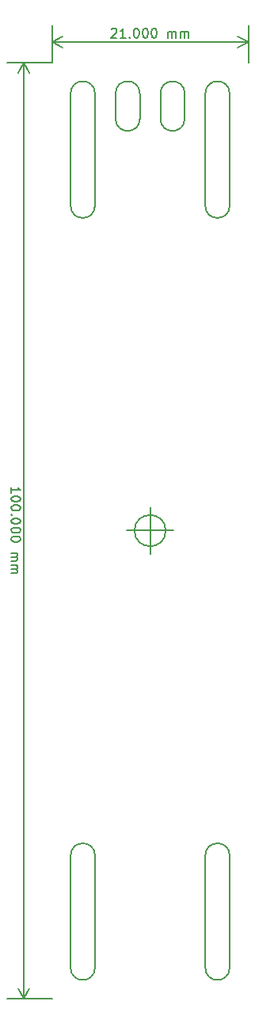
<source format=gbr>
%FSLAX34Y34*%
G04 Gerber Fmt 3.4, Leading zero omitted, Abs format*
G04 (created by PCBNEW (2014-05-29 BZR 4898)-product) date Fri 30 May 2014 01:40:06 PM CEST*
%MOIN*%
G01*
G70*
G90*
G04 APERTURE LIST*
%ADD10C,0.005906*%
%ADD11C,0.007874*%
G04 APERTURE END LIST*
G54D10*
G54D11*
X27519Y-16456D02*
G75*
G03X26496Y-16456I-511J0D01*
G74*
G01*
X29409Y-16456D02*
G75*
G03X28385Y-16456I-511J0D01*
G74*
G01*
X29409Y-17519D02*
X29409Y-16456D01*
X28385Y-17519D02*
X28385Y-16456D01*
X27519Y-17519D02*
X27519Y-16456D01*
X26496Y-17519D02*
X26496Y-16456D01*
X26496Y-17519D02*
G75*
G03X27519Y-17519I511J0D01*
G74*
G01*
X28385Y-17519D02*
G75*
G03X29409Y-17519I511J0D01*
G74*
G01*
X22105Y-33248D02*
X22105Y-33023D01*
X22105Y-33136D02*
X22499Y-33136D01*
X22442Y-33098D01*
X22405Y-33061D01*
X22386Y-33023D01*
X22499Y-33492D02*
X22499Y-33530D01*
X22480Y-33567D01*
X22461Y-33586D01*
X22424Y-33605D01*
X22349Y-33623D01*
X22255Y-33623D01*
X22180Y-33605D01*
X22142Y-33586D01*
X22124Y-33567D01*
X22105Y-33530D01*
X22105Y-33492D01*
X22124Y-33455D01*
X22142Y-33436D01*
X22180Y-33417D01*
X22255Y-33398D01*
X22349Y-33398D01*
X22424Y-33417D01*
X22461Y-33436D01*
X22480Y-33455D01*
X22499Y-33492D01*
X22499Y-33867D02*
X22499Y-33905D01*
X22480Y-33942D01*
X22461Y-33961D01*
X22424Y-33980D01*
X22349Y-33998D01*
X22255Y-33998D01*
X22180Y-33980D01*
X22142Y-33961D01*
X22124Y-33942D01*
X22105Y-33905D01*
X22105Y-33867D01*
X22124Y-33830D01*
X22142Y-33811D01*
X22180Y-33792D01*
X22255Y-33773D01*
X22349Y-33773D01*
X22424Y-33792D01*
X22461Y-33811D01*
X22480Y-33830D01*
X22499Y-33867D01*
X22142Y-34167D02*
X22124Y-34186D01*
X22105Y-34167D01*
X22124Y-34148D01*
X22142Y-34167D01*
X22105Y-34167D01*
X22499Y-34430D02*
X22499Y-34467D01*
X22480Y-34505D01*
X22461Y-34523D01*
X22424Y-34542D01*
X22349Y-34561D01*
X22255Y-34561D01*
X22180Y-34542D01*
X22142Y-34523D01*
X22124Y-34505D01*
X22105Y-34467D01*
X22105Y-34430D01*
X22124Y-34392D01*
X22142Y-34373D01*
X22180Y-34355D01*
X22255Y-34336D01*
X22349Y-34336D01*
X22424Y-34355D01*
X22461Y-34373D01*
X22480Y-34392D01*
X22499Y-34430D01*
X22499Y-34805D02*
X22499Y-34842D01*
X22480Y-34880D01*
X22461Y-34898D01*
X22424Y-34917D01*
X22349Y-34936D01*
X22255Y-34936D01*
X22180Y-34917D01*
X22142Y-34898D01*
X22124Y-34880D01*
X22105Y-34842D01*
X22105Y-34805D01*
X22124Y-34767D01*
X22142Y-34748D01*
X22180Y-34730D01*
X22255Y-34711D01*
X22349Y-34711D01*
X22424Y-34730D01*
X22461Y-34748D01*
X22480Y-34767D01*
X22499Y-34805D01*
X22499Y-35179D02*
X22499Y-35217D01*
X22480Y-35254D01*
X22461Y-35273D01*
X22424Y-35292D01*
X22349Y-35311D01*
X22255Y-35311D01*
X22180Y-35292D01*
X22142Y-35273D01*
X22124Y-35254D01*
X22105Y-35217D01*
X22105Y-35179D01*
X22124Y-35142D01*
X22142Y-35123D01*
X22180Y-35104D01*
X22255Y-35086D01*
X22349Y-35086D01*
X22424Y-35104D01*
X22461Y-35123D01*
X22480Y-35142D01*
X22499Y-35179D01*
X22105Y-35779D02*
X22367Y-35779D01*
X22330Y-35779D02*
X22349Y-35798D01*
X22367Y-35836D01*
X22367Y-35892D01*
X22349Y-35929D01*
X22311Y-35948D01*
X22105Y-35948D01*
X22311Y-35948D02*
X22349Y-35967D01*
X22367Y-36004D01*
X22367Y-36061D01*
X22349Y-36098D01*
X22311Y-36117D01*
X22105Y-36117D01*
X22105Y-36304D02*
X22367Y-36304D01*
X22330Y-36304D02*
X22349Y-36323D01*
X22367Y-36361D01*
X22367Y-36417D01*
X22349Y-36454D01*
X22311Y-36473D01*
X22105Y-36473D01*
X22311Y-36473D02*
X22349Y-36492D01*
X22367Y-36529D01*
X22367Y-36586D01*
X22349Y-36623D01*
X22311Y-36642D01*
X22105Y-36642D01*
X22637Y-15157D02*
X22637Y-54527D01*
X23818Y-15157D02*
X21929Y-15157D01*
X23818Y-54527D02*
X21929Y-54527D01*
X22637Y-54527D02*
X22406Y-54084D01*
X22637Y-54527D02*
X22868Y-54084D01*
X22637Y-15157D02*
X22406Y-15600D01*
X22637Y-15157D02*
X22868Y-15600D01*
X26321Y-13758D02*
X26340Y-13740D01*
X26377Y-13721D01*
X26471Y-13721D01*
X26509Y-13740D01*
X26527Y-13758D01*
X26546Y-13796D01*
X26546Y-13833D01*
X26527Y-13890D01*
X26302Y-14115D01*
X26546Y-14115D01*
X26921Y-14115D02*
X26696Y-14115D01*
X26809Y-14115D02*
X26809Y-13721D01*
X26771Y-13777D01*
X26734Y-13815D01*
X26696Y-13833D01*
X27090Y-14077D02*
X27109Y-14096D01*
X27090Y-14115D01*
X27071Y-14096D01*
X27090Y-14077D01*
X27090Y-14115D01*
X27352Y-13721D02*
X27390Y-13721D01*
X27427Y-13740D01*
X27446Y-13758D01*
X27465Y-13796D01*
X27484Y-13871D01*
X27484Y-13965D01*
X27465Y-14040D01*
X27446Y-14077D01*
X27427Y-14096D01*
X27390Y-14115D01*
X27352Y-14115D01*
X27315Y-14096D01*
X27296Y-14077D01*
X27277Y-14040D01*
X27259Y-13965D01*
X27259Y-13871D01*
X27277Y-13796D01*
X27296Y-13758D01*
X27315Y-13740D01*
X27352Y-13721D01*
X27727Y-13721D02*
X27765Y-13721D01*
X27802Y-13740D01*
X27821Y-13758D01*
X27840Y-13796D01*
X27859Y-13871D01*
X27859Y-13965D01*
X27840Y-14040D01*
X27821Y-14077D01*
X27802Y-14096D01*
X27765Y-14115D01*
X27727Y-14115D01*
X27690Y-14096D01*
X27671Y-14077D01*
X27652Y-14040D01*
X27634Y-13965D01*
X27634Y-13871D01*
X27652Y-13796D01*
X27671Y-13758D01*
X27690Y-13740D01*
X27727Y-13721D01*
X28102Y-13721D02*
X28140Y-13721D01*
X28177Y-13740D01*
X28196Y-13758D01*
X28215Y-13796D01*
X28233Y-13871D01*
X28233Y-13965D01*
X28215Y-14040D01*
X28196Y-14077D01*
X28177Y-14096D01*
X28140Y-14115D01*
X28102Y-14115D01*
X28065Y-14096D01*
X28046Y-14077D01*
X28027Y-14040D01*
X28008Y-13965D01*
X28008Y-13871D01*
X28027Y-13796D01*
X28046Y-13758D01*
X28065Y-13740D01*
X28102Y-13721D01*
X28702Y-14115D02*
X28702Y-13852D01*
X28702Y-13890D02*
X28721Y-13871D01*
X28758Y-13852D01*
X28815Y-13852D01*
X28852Y-13871D01*
X28871Y-13908D01*
X28871Y-14115D01*
X28871Y-13908D02*
X28890Y-13871D01*
X28927Y-13852D01*
X28983Y-13852D01*
X29021Y-13871D01*
X29040Y-13908D01*
X29040Y-14115D01*
X29227Y-14115D02*
X29227Y-13852D01*
X29227Y-13890D02*
X29246Y-13871D01*
X29283Y-13852D01*
X29340Y-13852D01*
X29377Y-13871D01*
X29396Y-13908D01*
X29396Y-14115D01*
X29396Y-13908D02*
X29415Y-13871D01*
X29452Y-13852D01*
X29508Y-13852D01*
X29546Y-13871D01*
X29565Y-13908D01*
X29565Y-14115D01*
X23818Y-14291D02*
X32086Y-14291D01*
X23818Y-15157D02*
X23818Y-13582D01*
X32086Y-15157D02*
X32086Y-13582D01*
X32086Y-14291D02*
X31643Y-14522D01*
X32086Y-14291D02*
X31643Y-14060D01*
X23818Y-14291D02*
X24262Y-14522D01*
X23818Y-14291D02*
X24262Y-14060D01*
X28608Y-34842D02*
G75*
G03X28608Y-34842I-656J0D01*
G74*
G01*
X26968Y-34842D02*
X28937Y-34842D01*
X27952Y-33858D02*
X27952Y-35826D01*
X31299Y-48503D02*
G75*
G03X30275Y-48503I-511J0D01*
G74*
G01*
X30275Y-53228D02*
G75*
G03X31299Y-53228I511J0D01*
G74*
G01*
X31299Y-53228D02*
X31299Y-48503D01*
X30275Y-48503D02*
X30275Y-53228D01*
X24606Y-48503D02*
X24606Y-53228D01*
X25629Y-53228D02*
X25629Y-48503D01*
X24606Y-53228D02*
G75*
G03X25629Y-53228I511J0D01*
G74*
G01*
X25629Y-48503D02*
G75*
G03X24606Y-48503I-511J0D01*
G74*
G01*
X24606Y-21181D02*
X24606Y-16456D01*
X25629Y-16456D02*
X25629Y-21220D01*
X31299Y-21181D02*
X31299Y-16456D01*
X30275Y-16456D02*
X30275Y-21181D01*
X24606Y-21181D02*
G75*
G03X25629Y-21181I511J0D01*
G74*
G01*
X25629Y-16456D02*
G75*
G03X24606Y-16456I-511J0D01*
G74*
G01*
X30275Y-21181D02*
G75*
G03X31299Y-21181I511J0D01*
G74*
G01*
X31299Y-16456D02*
G75*
G03X30275Y-16456I-511J0D01*
G74*
G01*
M02*

</source>
